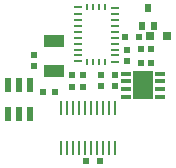
<source format=gtp>
%FSTAX23Y23*%
%MOIN*%
%SFA1B1*%

%IPPOS*%
%ADD16R,0.021650X0.021650*%
%ADD17R,0.033470X0.013780*%
%ADD18R,0.066930X0.096460*%
%ADD19R,0.018900X0.025390*%
%ADD20R,0.023620X0.047240*%
%ADD21R,0.070870X0.039370*%
%ADD22R,0.024410X0.023620*%
%ADD23R,0.023620X0.024410*%
%ADD24R,0.009840X0.047240*%
%ADD25R,0.026570X0.009840*%
%ADD26R,0.009840X0.022640*%
%ADD27R,0.021650X0.021650*%
%ADD28R,0.031500X0.031500*%
%LNkoosh_sd_card_base_v1_1-1*%
%LPD*%
G54D16*
X00302Y00055D03*
X00348D03*
X00352Y0034D03*
X00398D03*
X00432Y00466D03*
X00478D03*
X00352Y00305D03*
X00398D03*
G54D17*
X00435Y00345D03*
Y0032D03*
Y00294D03*
Y00268D03*
X0055D03*
Y00294D03*
Y0032D03*
Y00345D03*
G54D18*
X00492Y00307D03*
G54D19*
X0049Y00505D03*
X00529D03*
X0051Y00564D03*
G54D20*
X00042Y00309D03*
X0008D03*
X00117D03*
Y0021D03*
X0008D03*
X00042D03*
G54D21*
X00195Y00454D03*
Y00355D03*
G54D22*
X0013Y00371D03*
Y00408D03*
X0044Y00386D03*
Y00423D03*
G54D23*
X00256Y0034D03*
X00293D03*
X00161Y00285D03*
X00198D03*
X00256Y003D03*
X00293D03*
G54D24*
X00221Y00098D03*
Y00231D03*
X00241Y00098D03*
Y00231D03*
X0026Y00098D03*
Y00231D03*
X0028Y00098D03*
Y00231D03*
X003Y00098D03*
Y00231D03*
X00319Y00098D03*
Y00231D03*
X00339Y00098D03*
Y00231D03*
X00359Y00098D03*
Y00231D03*
X00378Y00098D03*
Y00231D03*
X00398Y00098D03*
Y00231D03*
G54D25*
X00275Y00386D03*
X00398Y00383D03*
Y00406D03*
Y00425D03*
Y00445D03*
Y00465D03*
Y00484D03*
Y00504D03*
Y00524D03*
Y00543D03*
Y00564D03*
X00275Y00566D03*
Y00543D03*
Y00524D03*
Y00504D03*
Y00484D03*
Y00465D03*
Y00445D03*
Y00425D03*
Y00406D03*
G54D26*
X00307Y00383D03*
X00327D03*
X00346D03*
X00366D03*
Y00566D03*
X00346D03*
X00327D03*
X00307D03*
G54D27*
X0052Y00428D03*
Y00382D03*
X00485Y00428D03*
Y00382D03*
G54D28*
X00574Y0047D03*
X00515D03*
M02*
</source>
